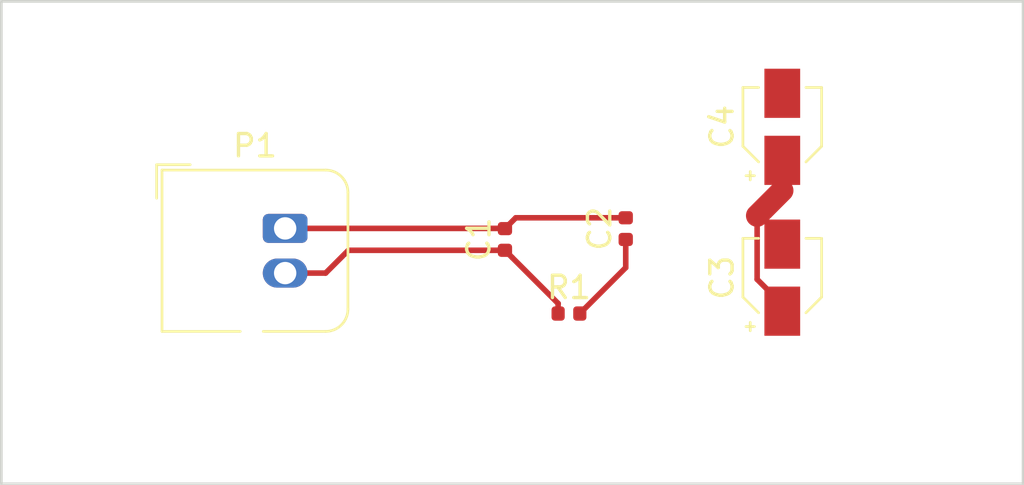
<source format=kicad_pcb>
(kicad_pcb (version 20200922) (generator pcbnew)

  (general
    (thickness 1.6)
  )

  (paper "A4")
  (layers
    (0 "F.Cu" signal)
    (31 "B.Cu" signal)
    (32 "B.Adhes" user "B.Adhesive")
    (33 "F.Adhes" user "F.Adhesive")
    (34 "B.Paste" user)
    (35 "F.Paste" user)
    (36 "B.SilkS" user "B.Silkscreen")
    (37 "F.SilkS" user "F.Silkscreen")
    (38 "B.Mask" user)
    (39 "F.Mask" user)
    (40 "Dwgs.User" user "User.Drawings")
    (41 "Cmts.User" user "User.Comments")
    (42 "Eco1.User" user "User.Eco1")
    (43 "Eco2.User" user "User.Eco2")
    (44 "Edge.Cuts" user)
    (45 "Margin" user)
    (46 "B.CrtYd" user "B.Courtyard")
    (47 "F.CrtYd" user "F.Courtyard")
    (48 "B.Fab" user)
    (49 "F.Fab" user)
  )

  (setup
    (pcbplotparams
      (layerselection 0x00010fc_ffffffff)
      (usegerberextensions false)
      (usegerberattributes false)
      (usegerberadvancedattributes false)
      (creategerberjobfile false)
      (svguseinch false)
      (svgprecision 6)
      (excludeedgelayer true)
      (linewidth 0.100000)
      (plotframeref false)
      (viasonmask false)
      (mode 1)
      (useauxorigin false)
      (hpglpennumber 1)
      (hpglpenspeed 20)
      (hpglpendiameter 15.000000)
      (psnegative false)
      (psa4output false)
      (plotreference true)
      (plotvalue true)
      (plotinvisibletext false)
      (sketchpadsonfab false)
      (subtractmaskfromsilk false)
      (outputformat 1)
      (mirror false)
      (drillshape 1)
      (scaleselection 1)
      (outputdirectory "")
    )
  )


  (net 0 "")
  (net 1 "/Power/VCC")
  (net 2 "GND")
  (net 3 "Net-(C2-Pad1)")
  (net 4 "Net-(C3-Pad1)")
  (net 5 "Net-(C3-Pad2)")

  (module "Capacitor_SMD:CP_Elec_3x5.3" (layer "F.Cu") (tedit 5B303299) (tstamp 00000000-0000-0000-0000-00005ca71e81)
    (at 177.185001 82.214999 90)
    (descr "SMT capacitor, aluminium electrolytic, 3x5.3, Cornell Dubilier Electronics ")
    (tags "Capacitor Electrolytic")
    (path "/00000000-0000-0000-0000-00005ca75bc1/00000000-0000-0000-0000-00005ca7214e")
    (attr smd)
    (fp_text reference "C3" (at 0 -2.7 90) (layer "F.SilkS")
      (effects (font (size 1 1) (thickness 0.15)))
      (tstamp 5e2030b4-3775-4202-b398-b8b1b1dcf22f)
    )
    (fp_text value "CP" (at 0 2.7 90) (layer "F.Fab")
      (effects (font (size 1 1) (thickness 0.15)))
      (tstamp ae4f129b-3d85-45f5-8049-0f7dd384934b)
    )
    (fp_text user "${REFERENCE}" (at 0 0 90) (layer "F.Fab")
      (effects (font (size 0.6 0.6) (thickness 0.09)))
      (tstamp 0a835bb3-29b1-44bd-9aa3-1f5390d33616)
    )
    (fp_line (start -1.570563 -1.06) (end -0.870563 -1.76) (layer "F.SilkS") (width 0.12) (tstamp 021ef0bc-3edb-424e-89af-83d87e122e9e))
    (fp_line (start -2.1875 -1.6225) (end -2.1875 -1.2475) (layer "F.SilkS") (width 0.12) (tstamp 04b391f3-5cd9-4900-a8a1-db3aa0384c70))
    (fp_line (start -0.870563 1.76) (end 1.76 1.76) (layer "F.SilkS") (width 0.12) (tstamp 328731ac-80c5-4f39-862f-d15ad479a6ca))
    (fp_line (start 1.76 1.76) (end 1.76 1.06) (layer "F.SilkS") (width 0.12) (tstamp 372e6a0a-e626-4d29-a82c-33b431d01e1c))
    (fp_line (start -2.375 -1.435) (end -2 -1.435) (layer "F.SilkS") (width 0.12) (tstamp 49894602-7ad2-4920-9b3e-f340fa8da3ce))
    (fp_line (start 1.76 -1.76) (end 1.76 -1.06) (layer "F.SilkS") (width 0.12) (tstamp 870d684d-dccf-4c29-88a7-9478d3091430))
    (fp_line (start -1.570563 1.06) (end -0.870563 1.76) (layer "F.SilkS") (width 0.12) (tstamp c040c6b4-0df2-4dd3-90ed-9a58050d73e2))
    (fp_line (start -0.870563 -1.76) (end 1.76 -1.76) (layer "F.SilkS") (width 0.12) (tstamp de97f262-b073-459e-ac30-6c717980ea3a))
    (fp_line (start 2.85 1.05) (end 1.9 1.05) (layer "F.CrtYd") (width 0.05) (tstamp 00d0ac5a-b5e6-4d88-a8db-4e3728523f62))
    (fp_line (start 1.9 -1.05) (end 2.85 -1.05) (layer "F.CrtYd") (width 0.05) (tstamp 09a45308-e2c0-4ed1-8597-8128891c13c1))
    (fp_line (start -1.78 1.05) (end -0.93 1.9) (layer "F.CrtYd") (width 0.05) (tstamp 0fa29c60-9c9a-4252-b6ea-a75d798c15ea))
    (fp_line (start 1.9 -1.9) (end 1.9 -1.05) (layer "F.CrtYd") (width 0.05) (tstamp 2d616cc5-b1dd-4e8d-ac8f-457bc5dfde15))
    (fp_line (start -1.78 -1.05) (end -0.93 -1.9) (layer "F.CrtYd") (width 0.05) (tstamp 2faa3f13-1b78-455f-91c8-0e60019698c2))
    (fp_line (start 2.85 -1.05) (end 2.85 1.05) (layer "F.CrtYd") (width 0.05) (tstamp 50169bc2-732a-487e-ac9a-c585986f9b01))
    (fp_line (start -0.93 -1.9) (end 1.9 -1.9) (layer "F.CrtYd") (width 0.05) (tstamp 56eddd1f-07cf-4c73-934b-14c12f9cdb34))
    (fp_line (start -2.85 1.05) (end -1.78 1.05) (layer "F.CrtYd") (width 0.05) (tstamp 76e4b2ed-d24d-4c7e-a946-35da81ce2521))
    (fp_line (start -0.93 1.9) (end 1.9 1.9) (layer "F.CrtYd") (width 0.05) (tstamp 83b11bb2-83e2-4640-a38f-70b5f26417ea))
    (fp_line (start -1.78 -1.05) (end -2.85 -1.05) (layer "F.CrtYd") (width 0.05) (tstamp 8c5d40e1-a264-41d3-81ec-d80b3c3fa535))
    (fp_line (start 1.9 1.05) (end 1.9 1.9) (layer "F.CrtYd") (width 0.05) (tstamp bb2e794c-ba84-4283-bd29-a012ef8d30fd))
    (fp_line (start -2.85 -1.05) (end -2.85 1.05) (layer "F.CrtYd") (width 0.05) (tstamp ce91ac9a-7108-4d58-9fa3-ce1f588c1b00))
    (fp_line (start -0.825 -1.65) (end 1.65 -1.65) (layer "F.Fab") (width 0.1) (tstamp 3092afb5-28f4-4224-a52b-7a7fb4cee1c5))
    (fp_line (start -0.960469 -0.95) (end -0.960469 -0.65) (layer "F.Fab") (width 0.1) (tstamp 3ca3c5d1-d479-40cb-93ec-7e60f16c5886))
    (fp_line (start -1.110469 -0.8) (end -0.810469 -0.8) (layer "F.Fab") (width 0.1) (tstamp 54553277-8cad-4811-9c1f-3244a13336bb))
    (fp_line (start -1.65 -0.825) (end -1.65 0.825) (layer "F.Fab") (width 0.1) (tstamp 68fea75c-b41c-4814-afda-dac0cb80bbfa))
    (fp_line (start -1.65 0.825) (end -0.825 1.65) (layer "F.Fab") (width 0.1) (tstamp 75b83bfd-3113-4fa4-8afa-55e0fccdf043))
    (fp_line (start -1.65 -0.825) (end -0.825 -1.65) (layer "F.Fab") (width 0.1) (tstamp 92b2f6ea-5f6c-4ab1-bed3-d396a5b31c5f))
    (fp_line (start 1.65 -1.65) (end 1.65 1.65) (layer "F.Fab") (width 0.1) (tstamp 9dd562d4-e82e-4f45-987a-67a719d5e91f))
    (fp_line (start -0.825 1.65) (end 1.65 1.65) (layer "F.Fab") (width 0.1) (tstamp a42243c5-1e5e-4cf6-b8f9-14d4a7ba3051))
    (fp_circle (center 0 0) (end 1.5 0) (layer "F.Fab") (width 0.1) (tstamp 4d9f4652-b7ff-4bd2-a22a-61658d5e415b))
    (pad "1" smd rect (at -1.5 0 90) (size 2.2 1.6) (layers "F.Cu" "F.Paste" "F.Mask")
      (net 4 "Net-(C3-Pad1)") (tstamp 2714232c-cf38-4ec9-8589-9ba943af8882))
    (pad "2" smd rect (at 1.5 0 90) (size 2.2 1.6) (layers "F.Cu" "F.Paste" "F.Mask")
      (net 5 "Net-(C3-Pad2)") (tstamp 5ba74aa8-5064-4392-bdf3-8cda9fb004b7))
    (model "${KISYS3DMOD}/Capacitor_SMD.3dshapes/CP_Elec_3x5.3.wrl"
      (offset (xyz 0 0 0))
      (scale (xyz 1 1 1))
      (rotate (xyz 0 0 0))
    )
  )

  (module "Capacitor_SMD:CP_Elec_3x5.3" (layer "F.Cu") (tedit 5B303299) (tstamp 00000000-0000-0000-0000-00005ca71ea5)
    (at 177.185001 75.464999 90)
    (descr "SMT capacitor, aluminium electrolytic, 3x5.3, Cornell Dubilier Electronics ")
    (tags "Capacitor Electrolytic")
    (path "/00000000-0000-0000-0000-00005ca75bc1/00000000-0000-0000-0000-00005ca735b9")
    (attr smd)
    (fp_text reference "C4" (at 0 -2.7 90) (layer "F.SilkS")
      (effects (font (size 1 1) (thickness 0.15)))
      (tstamp feddf15c-cddc-45e5-ad55-69c98ad21ef3)
    )
    (fp_text value "CP" (at 0 2.7 90) (layer "F.Fab")
      (effects (font (size 1 1) (thickness 0.15)))
      (tstamp 886fd44e-46cf-4121-82d1-b28d6578a6f2)
    )
    (fp_text user "${REFERENCE}" (at 0 0 90) (layer "F.Fab")
      (effects (font (size 0.6 0.6) (thickness 0.09)))
      (tstamp 5bb560be-bcb5-4f70-94f1-1c6ebaddbab5)
    )
    (fp_line (start -2.1875 -1.6225) (end -2.1875 -1.2475) (layer "F.SilkS") (width 0.12) (tstamp 1fb93fe7-c328-4c24-9f9d-1d60960ba659))
    (fp_line (start -2.375 -1.435) (end -2 -1.435) (layer "F.SilkS") (width 0.12) (tstamp 6e83f06f-eac2-4562-88da-711f636a7f42))
    (fp_line (start -0.870563 1.76) (end 1.76 1.76) (layer "F.SilkS") (width 0.12) (tstamp 70db557d-c8e2-437c-9ab5-8af23e623c78))
    (fp_line (start 1.76 1.76) (end 1.76 1.06) (layer "F.SilkS") (width 0.12) (tstamp a7aef13f-d243-4bf4-a81b-6ed415b552b1))
    (fp_line (start -0.870563 -1.76) (end 1.76 -1.76) (layer "F.SilkS") (width 0.12) (tstamp a8f65091-b6ea-482f-9865-ba877ea54775))
    (fp_line (start -1.570563 1.06) (end -0.870563 1.76) (layer "F.SilkS") (width 0.12) (tstamp e3afd18e-7803-492d-83ec-3cbde1d45594))
    (fp_line (start -1.570563 -1.06) (end -0.870563 -1.76) (layer "F.SilkS") (width 0.12) (tstamp f6dc9f19-581b-4b5d-ab9b-14cc1af6c78b))
    (fp_line (start 1.76 -1.76) (end 1.76 -1.06) (layer "F.SilkS") (width 0.12) (tstamp ff7b8f51-1d5f-4a65-9b05-69d5325671c5))
    (fp_line (start -0.93 1.9) (end 1.9 1.9) (layer "F.CrtYd") (width 0.05) (tstamp 09c6ae0c-94b3-4d3d-915e-dfdbb395cbd5))
    (fp_line (start -0.93 -1.9) (end 1.9 -1.9) (layer "F.CrtYd") (width 0.05) (tstamp 1be0b77b-3850-47c7-8da4-ec664adbf82c))
    (fp_line (start 2.85 -1.05) (end 2.85 1.05) (layer "F.CrtYd") (width 0.05) (tstamp 39742b8b-395f-4b25-a891-1220e9f48691))
    (fp_line (start 1.9 -1.9) (end 1.9 -1.05) (layer "F.CrtYd") (width 0.05) (tstamp 6c9a16dc-3c8a-460c-a353-0a9b010ca019))
    (fp_line (start -1.78 -1.05) (end -2.85 -1.05) (layer "F.CrtYd") (width 0.05) (tstamp 732b57b0-56ae-4e36-bc55-ceee42433a6f))
    (fp_line (start 2.85 1.05) (end 1.9 1.05) (layer "F.CrtYd") (width 0.05) (tstamp 8c80954e-8612-4d3b-b7bc-ff657d7877c5))
    (fp_line (start -1.78 -1.05) (end -0.93 -1.9) (layer "F.CrtYd") (width 0.05) (tstamp 93085b55-b703-46dc-83e2-d1771db5289b))
    (fp_line (start -2.85 -1.05) (end -2.85 1.05) (layer "F.CrtYd") (width 0.05) (tstamp 9b072f50-5dd2-4faa-9e68-35f23bc9e340))
    (fp_line (start -2.85 1.05) (end -1.78 1.05) (layer "F.CrtYd") (width 0.05) (tstamp a5aa8214-b830-47da-9934-9ee0270b369d))
    (fp_line (start 1.9 -1.05) (end 2.85 -1.05) (layer "F.CrtYd") (width 0.05) (tstamp ad214e57-323b-45b9-b36e-85ad87aac0e4))
    (fp_line (start -1.78 1.05) (end -0.93 1.9) (layer "F.CrtYd") (width 0.05) (tstamp d6d628c5-a75d-4b1d-a92a-601b4c211173))
    (fp_line (start 1.9 1.05) (end 1.9 1.9) (layer "F.CrtYd") (width 0.05) (tstamp fe642d91-7bb3-4676-8fcb-ede0a4980cc7))
    (fp_line (start -1.65 -0.825) (end -1.65 0.825) (layer "F.Fab") (width 0.1) (tstamp 180588fb-e018-4e48-93e6-b193a3bbde7e))
    (fp_line (start -0.825 -1.65) (end 1.65 -1.65) (layer "F.Fab") (width 0.1) (tstamp 504c9784-38a7-4081-b168-de2a76160ee4))
    (fp_line (start -0.960469 -0.95) (end -0.960469 -0.65) (layer "F.Fab") (width 0.1) (tstamp 8eef9acd-8b16-4504-9ce2-baff8e0f5399))
    (fp_line (start -1.65 0.825) (end -0.825 1.65) (layer "F.Fab") (width 0.1) (tstamp 9fad6c6d-dc67-4b20-ac8e-f9e93d16aab6))
    (fp_line (start -0.825 1.65) (end 1.65 1.65) (layer "F.Fab") (width 0.1) (tstamp a376169f-1a22-4192-88c8-be2d08acf007))
    (fp_line (start -1.110469 -0.8) (end -0.810469 -0.8) (layer "F.Fab") (width 0.1) (tstamp c42e36e2-f911-416a-836c-3425e1d58896))
    (fp_line (start 1.65 -1.65) (end 1.65 1.65) (layer "F.Fab") (width 0.1) (tstamp cc26d3dd-4d4f-4581-a4b2-3144ef92ea4c))
    (fp_line (start -1.65 -0.825) (end -0.825 -1.65) (layer "F.Fab") (width 0.1) (tstamp e4e73d8f-df09-4fdf-a633-e38afa03361a))
    (fp_circle (center 0 0) (end 1.5 0) (layer "F.Fab") (width 0.1) (tstamp a7d10483-b80f-4b4b-815b-575fad91628f))
    (pad "1" smd rect (at -1.5 0 90) (size 2.2 1.6) (layers "F.Cu" "F.Paste" "F.Mask")
      (net 4 "Net-(C3-Pad1)") (tstamp d8e0ff75-94e0-4e9a-9e71-21f207ff5322))
    (pad "2" smd rect (at 1.5 0 90) (size 2.2 1.6) (layers "F.Cu" "F.Paste" "F.Mask")
      (net 5 "Net-(C3-Pad2)") (tstamp 119975fe-2bab-4ead-ae39-0e0845fe64dd))
    (model "${KISYS3DMOD}/Capacitor_SMD.3dshapes/CP_Elec_3x5.3.wrl"
      (offset (xyz 0 0 0))
      (scale (xyz 1 1 1))
      (rotate (xyz 0 0 0))
    )
  )

  (module "Capacitor_SMD:C_0402_1005Metric" (layer "F.Cu") (tedit 5B301BBE) (tstamp 00000000-0000-0000-0000-00005ca72801)
    (at 164.775001 80.505001 90)
    (descr "Capacitor SMD 0402 (1005 Metric), square (rectangular) end terminal, IPC_7351 nominal, (Body size source: http://www.tortai-tech.com/upload/download/2011102023233369053.pdf), generated with kicad-footprint-generator")
    (tags "capacitor")
    (path "/00000000-0000-0000-0000-00005ca71704/00000000-0000-0000-0000-00005ca745a6")
    (attr smd)
    (fp_text reference "C1" (at 0 -1.17 90) (layer "F.SilkS")
      (effects (font (size 1 1) (thickness 0.15)))
      (tstamp 9cc9d916-9c7f-4459-8ff2-9759bf07792d)
    )
    (fp_text value "C" (at 0 1.17 90) (layer "F.Fab")
      (effects (font (size 1 1) (thickness 0.15)))
      (tstamp 6c271652-68fc-4756-b777-9abb867d10c3)
    )
    (fp_text user "${REFERENCE}" (at 0 0 90) (layer "F.Fab")
      (effects (font (size 0.25 0.25) (thickness 0.04)))
      (tstamp 31d6d8dd-7d3d-4da3-93b7-2c037a58696b)
    )
    (fp_line (start -0.93 0.47) (end -0.93 -0.47) (layer "F.CrtYd") (width 0.05) (tstamp 38ac7192-7eeb-4266-ba30-b7056a73f140))
    (fp_line (start -0.93 -0.47) (end 0.93 -0.47) (layer "F.CrtYd") (width 0.05) (tstamp 59667c11-2361-42bb-bd85-adc0034f6f11))
    (fp_line (start 0.93 0.47) (end -0.93 0.47) (layer "F.CrtYd") (width 0.05) (tstamp b8c65ac9-35a9-4cf2-8780-b1f96e7ae0ed))
    (fp_line (start 0.93 -0.47) (end 0.93 0.47) (layer "F.CrtYd") (width 0.05) (tstamp f4427185-b557-4edb-95af-f4ea67ffe070))
    (fp_line (start -0.5 0.25) (end -0.5 -0.25) (layer "F.Fab") (width 0.1) (tstamp 18e32a21-ebbf-4714-8315-077eebe4f29b))
    (fp_line (start -0.5 -0.25) (end 0.5 -0.25) (layer "F.Fab") (width 0.1) (tstamp a1fc5e5c-f004-4004-aa18-6a570f0b8bbf))
    (fp_line (start 0.5 -0.25) (end 0.5 0.25) (layer "F.Fab") (width 0.1) (tstamp d1930d76-27a6-4e9d-951f-ba5000c0da67))
    (fp_line (start 0.5 0.25) (end -0.5 0.25) (layer "F.Fab") (width 0.1) (tstamp dd0b095e-7378-4a00-9266-c0f912cb584b))
    (pad "1" smd roundrect (at -0.485 0 90) (size 0.59 0.64) (layers "F.Cu" "F.Paste" "F.Mask") (roundrect_rratio 0.25)
      (net 1 "/Power/VCC") (tstamp 11b5119a-0aaa-499f-be7e-64ff699e0990))
    (pad "2" smd roundrect (at 0.485 0 90) (size 0.59 0.64) (layers "F.Cu" "F.Paste" "F.Mask") (roundrect_rratio 0.25)
      (net 2 "GND") (tstamp ee9e2ab3-bcd0-4995-8383-b70170531574))
    (model "${KISYS3DMOD}/Capacitor_SMD.3dshapes/C_0402_1005Metric.wrl"
      (offset (xyz 0 0 0))
      (scale (xyz 1 1 1))
      (rotate (xyz 0 0 0))
    )
  )

  (module "Capacitor_SMD:C_0402_1005Metric" (layer "F.Cu") (tedit 5B301BBE) (tstamp 00000000-0000-0000-0000-00005ca72810)
    (at 170.18 80.020001 90)
    (descr "Capacitor SMD 0402 (1005 Metric), square (rectangular) end terminal, IPC_7351 nominal, (Body size source: http://www.tortai-tech.com/upload/download/2011102023233369053.pdf), generated with kicad-footprint-generator")
    (tags "capacitor")
    (path "/00000000-0000-0000-0000-00005ca75bc1/00000000-0000-0000-0000-00005ca76352")
    (attr smd)
    (fp_text reference "C2" (at 0 -1.17 90) (layer "F.SilkS")
      (effects (font (size 1 1) (thickness 0.15)))
      (tstamp d979cee7-0425-4fb0-834f-7c6129126e64)
    )
    (fp_text value "C" (at 0 1.17 90) (layer "F.Fab")
      (effects (font (size 1 1) (thickness 0.15)))
      (tstamp 7dcac0f4-e612-4a6b-bc34-bdad5b01d20d)
    )
    (fp_text user "${REFERENCE}" (at 0 0 90) (layer "F.Fab")
      (effects (font (size 0.25 0.25) (thickness 0.04)))
      (tstamp e5480ecb-9ce5-492b-a3ea-6f65beb51a72)
    )
    (fp_line (start -0.93 0.47) (end -0.93 -0.47) (layer "F.CrtYd") (width 0.05) (tstamp 5ec5b3e4-d2bb-4829-abb0-44a43cf482c7))
    (fp_line (start 0.93 0.47) (end -0.93 0.47) (layer "F.CrtYd") (width 0.05) (tstamp 634b6c4b-4e3b-4551-8a3d-71c6961ebf8e))
    (fp_line (start -0.93 -0.47) (end 0.93 -0.47) (layer "F.CrtYd") (width 0.05) (tstamp e0d0b338-9149-4a60-ae97-6ef5534bd1d9))
    (fp_line (start 0.93 -0.47) (end 0.93 0.47) (layer "F.CrtYd") (width 0.05) (tstamp e487909a-61cd-474f-9c53-da6d7e268846))
    (fp_line (start 0.5 -0.25) (end 0.5 0.25) (layer "F.Fab") (width 0.1) (tstamp 31b94d94-c564-49e9-93aa-8b64722871fd))
    (fp_line (start -0.5 0.25) (end -0.5 -0.25) (layer "F.Fab") (width 0.1) (tstamp 6213da2a-bbe4-4c77-a911-c4af0662ca1e))
    (fp_line (start 0.5 0.25) (end -0.5 0.25) (layer "F.Fab") (width 0.1) (tstamp f81906a7-e650-4839-9ab5-28ce229426f8))
    (fp_line (start -0.5 -0.25) (end 0.5 -0.25) (layer "F.Fab") (width 0.1) (tstamp f93b4f90-39d5-4ab1-8074-44d01f0832ee))
    (pad "1" smd roundrect (at -0.485 0 90) (size 0.59 0.64) (layers "F.Cu" "F.Paste" "F.Mask") (roundrect_rratio 0.25)
      (net 3 "Net-(C2-Pad1)") (tstamp 0bfa9aa9-8415-4800-b5aa-683b08dc6c75))
    (pad "2" smd roundrect (at 0.485 0 90) (size 0.59 0.64) (layers "F.Cu" "F.Paste" "F.Mask") (roundrect_rratio 0.25)
      (net 2 "GND") (tstamp 04301b7b-397c-46bb-80de-79cacc993091))
    (model "${KISYS3DMOD}/Capacitor_SMD.3dshapes/C_0402_1005Metric.wrl"
      (offset (xyz 0 0 0))
      (scale (xyz 1 1 1))
      (rotate (xyz 0 0 0))
    )
  )

  (module "Connector_JST:JST_JWPF_B02B-JWPF-SK-R_1x02_P2.00mm_Vertical" (layer "F.Cu") (tedit 5F77AE79) (tstamp 00000000-0000-0000-0000-00005ca7282d)
    (at 154.94 80.01)
    (descr "JST JWPF series connector, B02B-JWPF-SK-R (http://www.jst-mfg.com/product/pdf/eng/eJWPF1.pdf), generated with kicad-footprint-generator")
    (tags "connector JST JWPF side entry")
    (path "/00000000-0000-0000-0000-00005ca71704/00000000-0000-0000-0000-00005ca714f2")
    (attr through_hole)
    (fp_text reference "P1" (at -1.35 -3.7) (layer "F.SilkS")
      (effects (font (size 1 1) (thickness 0.15)))
      (tstamp c3ad4a00-e61e-48e0-8e25-ba88a31c8b59)
    )
    (fp_text value "CONN_01X02" (at -1.35 5.7) (layer "F.Fab")
      (effects (font (size 1 1) (thickness 0.15)))
      (tstamp 163e8c70-f780-4146-b8ed-1963acf0f510)
    )
    (fp_text user "${REFERENCE}" (at -4.7 1 90) (layer "F.Fab")
      (effects (font (size 1 1) (thickness 0.15)))
      (tstamp c9acc173-5c2e-4228-9544-0c599f578d38)
    )
    (fp_line (start -5.51 -2.61) (end -5.51 4.61) (layer "F.SilkS") (width 0.12) (tstamp 36ec22b9-16a2-464a-ad33-785a9aa3fefb))
    (fp_line (start -0.98 4.61) (end 1.81 4.61) (layer "F.SilkS") (width 0.12) (tstamp 61cbfa9d-4e75-48fe-a673-c685d732c815))
    (fp_line (start -5.508342 4.610823) (end -2.01 4.610823) (layer "F.SilkS") (width 0.12) (tstamp 691a968f-3559-4190-aee7-5b6de9ed0e10))
    (fp_line (start -5.75 -2.85) (end -4.25 -2.85) (layer "F.SilkS") (width 0.12) (tstamp 7faf4dc2-1b07-4789-a16b-e6a8f4d00f1f))
    (fp_line (start -5.75 -1.35) (end -5.75 -2.85) (layer "F.SilkS") (width 0.12) (tstamp 9324173a-9f8e-4208-b9ad-c90a0991a0bd))
    (fp_line (start 2.81 -1.61) (end 2.81 3.61) (layer "F.SilkS") (width 0.12) (tstamp e25b41a8-1b88-408a-a6e2-cad3c8320a92))
    (fp_line (start 1.81 -2.61) (end -5.51 -2.61) (layer "F.SilkS") (width 0.12) (tstamp e84de8ca-cf54-4355-bf27-67d1e79a9a55))
    (fp_arc (start 1.81 3.61) (end 2.81 3.61) (angle 90) (layer "F.SilkS") (width 0.12) (tstamp 4f33652e-8d0b-404e-b6da-8af7fe541aec))
    (fp_arc (start 1.81 -1.61) (end 1.81 -2.61) (angle 90) (layer "F.SilkS") (width 0.12) (tstamp 6562974d-980c-4a3f-a445-58b99ef2586f))
    (fp_line (start 3.2 5) (end 3.2 -3) (layer "F.CrtYd") (width 0.05) (tstamp 13c52834-f3e7-44cb-a269-ea05eaf903a9))
    (fp_line (start 3.2 -3) (end -5.9 -3) (layer "F.CrtYd") (width 0.05) (tstamp 1c0add03-cfc8-4ce2-81c7-35b09b793b6e))
    (fp_line (start -5.9 -3) (end -5.9 5) (layer "F.CrtYd") (width 0.05) (tstamp 3bbb564a-f659-4531-84ea-150fe54cd710))
    (fp_line (start -5.9 5) (end 3.2 5) (layer "F.CrtYd") (width 0.05) (tstamp acc2dd4d-b88a-433d-9f69-5168d68154aa))
    (fp_line (start 0 -1.15) (end -0.375 -1.9) (layer "F.Fab") (width 0.1) (tstamp 0d589155-8cb4-4943-ad4e-f358f04c9c7b))
    (fp_line (start -0.375 -1.9) (end 0.375 -1.9) (layer "F.Fab") (width 0.1) (tstamp 20a09d21-1f78-4fc1-a490-47edfd97095a))
    (fp_line (start -5.4 -2.5) (end -5.4 4.5) (layer "F.Fab") (width 0.1) (tstamp 3440db9a-098c-47fb-9de1-bb588a091afd))
    (fp_line (start 0.375 -1.9) (end 0 -1.15) (layer "F.Fab") (width 0.1) (tstamp 64efa318-a7e0-49e1-99d8-8dcecc9b6b15))
    (fp_line (start 2.7 -1.5) (end 2.7 3.5) (layer "F.Fab") (width 0.1) (tstamp 89ee8028-6bcc-4f06-9ca2-6caa2b1d4ee1))
    (fp_line (start -5.4 4.5) (end 1.7 4.5) (layer "F.Fab") (width 0.1) (tstamp ac69a2c9-626d-42af-b0c9-073280742e98))
    (fp_line (start 1.7 -2.5) (end -5.4 -2.5) (layer "F.Fab") (width 0.1) (tstamp db97bb84-da83-4997-b304-35345dd8f7e4))
    (fp_arc (start 1.7 -1.5) (end 1.7 -2.5) (angle 90) (layer "F.Fab") (width 0.1) (tstamp 56eebd95-8fcb-4438-a6d3-7b90c9596053))
    (fp_arc (start 1.7 3.5) (end 2.7 3.5) (angle 90) (layer "F.Fab") (width 0.1) (tstamp d0a7aae5-3c00-4d78-a22a-278e4b773cbb))
    (pad "" np_thru_hole circle (at -1.5 4.05) (size 1.15 1.15) (drill 1.15) (layers *.Cu *.Mask) (tstamp 27d11072-8c25-4d56-81e9-07db7a2b758c))
    (pad "1" thru_hole roundrect (at 0 0) (size 2 1.3) (drill 1) (layers *.Cu *.Mask) (roundrect_rratio 0.192308)
      (net 2 "GND") (tstamp 2aff9429-3655-4f7f-8907-eacdd25f5ca6))
    (pad "2" thru_hole oval (at 0 2) (size 2 1.3) (drill 1) (layers *.Cu *.Mask)
      (net 1 "/Power/VCC") (tstamp 63ad52ba-b736-4684-9c3f-8b7be7dbf69e))
    (model "${KISYS3DMOD}/Connector_JST.3dshapes/JST_JWPF_B02B-JWPF-SK-R_1x02_P2.00mm_Vertical.wrl"
      (offset (xyz 0 0 0))
      (scale (xyz 1 1 1))
      (rotate (xyz 0 0 0))
    )
  )

  (module "Resistor_SMD:R_0402_1005Metric" (layer "F.Cu") (tedit 5B301BBD) (tstamp 00000000-0000-0000-0000-00005ca7283c)
    (at 167.64 83.82)
    (descr "Resistor SMD 0402 (1005 Metric), square (rectangular) end terminal, IPC_7351 nominal, (Body size source: http://www.tortai-tech.com/upload/download/2011102023233369053.pdf), generated with kicad-footprint-generator")
    (tags "resistor")
    (path "/00000000-0000-0000-0000-00005ca75bc1/00000000-0000-0000-0000-00005ca75c86")
    (attr smd)
    (fp_text reference "R1" (at 0 -1.17) (layer "F.SilkS")
      (effects (font (size 1 1) (thickness 0.15)))
      (tstamp a956a854-64f7-4d2b-8072-b9161770e689)
    )
    (fp_text value "R" (at 0 1.17) (layer "F.Fab")
      (effects (font (size 1 1) (thickness 0.15)))
      (tstamp 6e5677d0-baca-4217-b3ca-14640c0ccba2)
    )
    (fp_text user "${REFERENCE}" (at 0 0) (layer "F.Fab")
      (effects (font (size 0.25 0.25) (thickness 0.04)))
      (tstamp e07e51b9-9c8d-4721-bf86-09750f17ebd2)
    )
    (fp_line (start -0.93 -0.47) (end 0.93 -0.47) (layer "F.CrtYd") (width 0.05) (tstamp 0703c074-a10f-4800-ad82-ef95b05517dc))
    (fp_line (start -0.93 0.47) (end -0.93 -0.47) (layer "F.CrtYd") (width 0.05) (tstamp 16fd6479-2e57-4c0f-8ea5-0463a98c9b38))
    (fp_line (start 0.93 -0.47) (end 0.93 0.47) (layer "F.CrtYd") (width 0.05) (tstamp 37fa8613-dfba-47c1-b1fe-0e9d6c31fc75))
    (fp_line (start 0.93 0.47) (end -0.93 0.47) (layer "F.CrtYd") (width 0.05) (tstamp a97c2402-280c-4eb6-9c4c-f250aec1e208))
    (fp_line (start -0.5 -0.25) (end 0.5 -0.25) (layer "F.Fab") (width 0.1) (tstamp 05431721-68ce-42d5-877a-4ee7d20a0b71))
    (fp_line (start 0.5 0.25) (end -0.5 0.25) (layer "F.Fab") (width 0.1) (tstamp 4fee5ba1-014c-4773-a27d-c76999d32b42))
    (fp_line (start -0.5 0.25) (end -0.5 -0.25) (layer "F.Fab") (width 0.1) (tstamp 5979c13d-7696-474e-9ebf-760e528c12e1))
    (fp_line (start 0.5 -0.25) (end 0.5 0.25) (layer "F.Fab") (width 0.1) (tstamp fa3952fd-44ae-4c37-8e9b-91dadf71efb6))
    (pad "1" smd roundrect (at -0.485 0) (size 0.59 0.64) (layers "F.Cu" "F.Paste" "F.Mask") (roundrect_rratio 0.25)
      (net 1 "/Power/VCC") (tstamp 5ed67012-ff9e-43e6-82d3-2d1810f603fe))
    (pad "2" smd roundrect (at 0.485 0) (size 0.59 0.64) (layers "F.Cu" "F.Paste" "F.Mask") (roundrect_rratio 0.25)
      (net 3 "Net-(C2-Pad1)") (tstamp 41e7e66e-ba91-433a-80ee-99e9ac0b9643))
    (model "${KISYS3DMOD}/Resistor_SMD.3dshapes/R_0402_1005Metric.wrl"
      (offset (xyz 0 0 0))
      (scale (xyz 1 1 1))
      (rotate (xyz 0 0 0))
    )
  )

  (gr_line (start 187.96 69.85) (end 142.24 69.85) (layer "Edge.Cuts") (width 0.12) (tstamp 28df9ca8-035c-4c79-8866-2fe2ffbfb639))
  (gr_line (start 142.24 69.85) (end 142.24 91.44) (layer "Edge.Cuts") (width 0.12) (tstamp 809c3697-0ca1-4514-8459-8bd35b2a2b12))
  (gr_line (start 187.96 91.44) (end 187.96 69.85) (layer "Edge.Cuts") (width 0.12) (tstamp 8efb8aeb-0fda-489f-842a-645043336a1e))
  (gr_line (start 142.24 91.44) (end 187.96 91.44) (layer "Edge.Cuts") (width 0.12) (tstamp c0f291df-fa83-4d1d-8a25-8895fe5ad48c))

  (segment (start 167.155 83.37) (end 165.1 81.315) (width 0.25) (layer "F.Cu") (net 1) (tstamp 04963fab-3a2a-42fe-a739-89e1ddf79e11))
  (segment (start 167.155 83.82) (end 167.155 83.37) (width 0.25) (layer "F.Cu") (net 1) (tstamp 20d44d68-5007-40df-9404-3448707f65e8))
  (segment (start 157.769999 80.990001) (end 156.75 82.01) (width 0.25) (layer "F.Cu") (net 1) (tstamp 4826555b-db66-4136-83b8-a13c22136e2c))
  (segment (start 156.75 82.01) (end 154.94 82.01) (width 0.25) (layer "F.Cu") (net 1) (tstamp 7949bd3a-f440-4dfe-9c11-0703c566abc4))
  (segment (start 164.775001 80.990001) (end 157.769999 80.990001) (width 0.25) (layer "F.Cu") (net 1) (tstamp b6c238fa-1cc0-42c7-99b5-2a71f2fe3912))
  (segment (start 165.1 81.315) (end 164.775001 80.990001) (width 0.25) (layer "F.Cu") (net 1) (tstamp f8b88d73-d182-49c5-9a4c-c18b8ef1f85b))
  (segment (start 164.775001 80.020001) (end 165.260001 79.535001) (width 0.25) (layer "F.Cu") (net 2) (tstamp 095a9c95-63b9-4d16-ade9-ecb7409a4384))
  (segment (start 164.765 80.01) (end 164.775001 80.020001) (width 0.25) (layer "F.Cu") (net 2) (tstamp 1de156c5-ad84-4277-b572-0ebd03ff6bea))
  (segment (start 165.260001 79.535001) (end 170.18 79.535001) (width 0.25) (layer "F.Cu") (net 2) (tstamp 1f2a876d-197f-4245-944d-bf808ad3fe66))
  (segment (start 154.94 80.01) (end 164.765 80.01) (width 0.25) (layer "F.Cu") (net 2) (tstamp 9f332871-6595-437d-97eb-26303a7e2328))
  (segment (start 170.18 81.765) (end 168.125 83.82) (width 0.25) (layer "F.Cu") (net 3) (tstamp 81a972a2-95f9-4068-9bcb-edec712d8aa2))
  (segment (start 170.18 80.505001) (end 170.18 81.765) (width 0.25) (layer "F.Cu") (net 3) (tstamp b1392202-e402-429f-a3bd-e29bc3be57de))
  (segment (start 177.185001 76.964999) (end 177.185001 78.314999) (width 0.25) (layer "F.Cu") (net 4) (tstamp 03c48a82-d696-43b7-a895-80d392bae283))
  (segment (start 177.185001 78.314999) (end 176.06 79.44) (width 1) (layer "F.Cu") (net 4) (tstamp 859f4933-1bb3-4193-8e27-077b739527de))
  (segment (start 176.06 79.44) (end 176.06 82.289998) (width 0.25) (layer "F.Cu") (net 4) (tstamp d97a9ff9-8e09-4cba-b7d7-f789e7e47098))
  (segment (start 177.185001 83.414999) (end 177.185001 83.714999) (width 0.25) (layer "F.Cu") (net 4) (tstamp e8016ed9-9207-4975-86d5-5e2e4212c138))
  (segment (start 176.06 82.289998) (end 177.185001 83.414999) (width 0.25) (layer "F.Cu") (net 4) (tstamp f27b5582-6b7b-491e-85e9-6803e628c21a))

)

</source>
